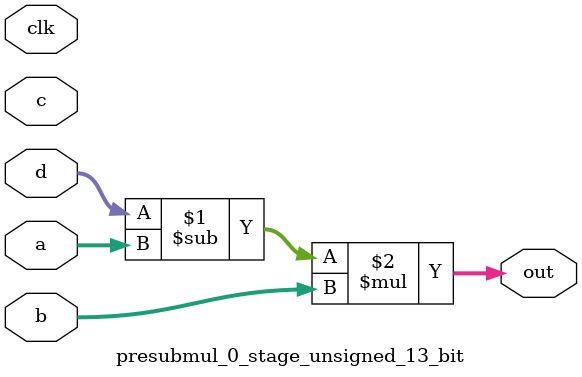
<source format=sv>
(* use_dsp = "yes" *) module presubmul_0_stage_unsigned_13_bit(
	input  [12:0] a,
	input  [12:0] b,
	input  [12:0] c,
	input  [12:0] d,
	output [12:0] out,
	input clk);

	assign out = (d - a) * b;
endmodule

</source>
